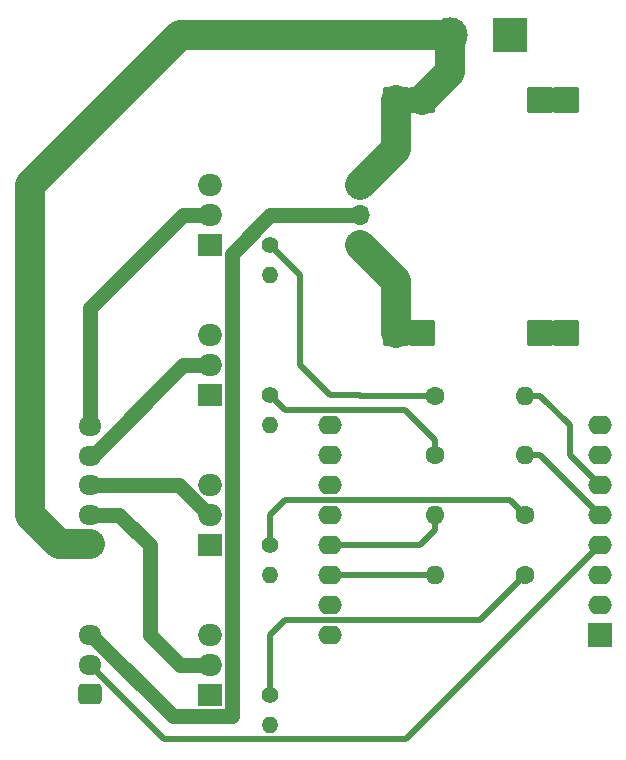
<source format=gtl>
G04 #@! TF.GenerationSoftware,KiCad,Pcbnew,8.0.4*
G04 #@! TF.CreationDate,2024-09-06T18:50:31+02:00*
G04 #@! TF.ProjectId,rgb_controller,7267625f-636f-46e7-9472-6f6c6c65722e,rev?*
G04 #@! TF.SameCoordinates,Original*
G04 #@! TF.FileFunction,Copper,L1,Top*
G04 #@! TF.FilePolarity,Positive*
%FSLAX46Y46*%
G04 Gerber Fmt 4.6, Leading zero omitted, Abs format (unit mm)*
G04 Created by KiCad (PCBNEW 8.0.4) date 2024-09-06 18:50:31*
%MOMM*%
%LPD*%
G01*
G04 APERTURE LIST*
G04 Aperture macros list*
%AMRoundRect*
0 Rectangle with rounded corners*
0 $1 Rounding radius*
0 $2 $3 $4 $5 $6 $7 $8 $9 X,Y pos of 4 corners*
0 Add a 4 corners polygon primitive as box body*
4,1,4,$2,$3,$4,$5,$6,$7,$8,$9,$2,$3,0*
0 Add four circle primitives for the rounded corners*
1,1,$1+$1,$2,$3*
1,1,$1+$1,$4,$5*
1,1,$1+$1,$6,$7*
1,1,$1+$1,$8,$9*
0 Add four rect primitives between the rounded corners*
20,1,$1+$1,$2,$3,$4,$5,0*
20,1,$1+$1,$4,$5,$6,$7,0*
20,1,$1+$1,$6,$7,$8,$9,0*
20,1,$1+$1,$8,$9,$2,$3,0*%
G04 Aperture macros list end*
G04 #@! TA.AperFunction,ComponentPad*
%ADD10RoundRect,0.250000X0.725000X-0.600000X0.725000X0.600000X-0.725000X0.600000X-0.725000X-0.600000X0*%
G04 #@! TD*
G04 #@! TA.AperFunction,ComponentPad*
%ADD11O,1.950000X1.700000*%
G04 #@! TD*
G04 #@! TA.AperFunction,ComponentPad*
%ADD12R,2.000000X1.905000*%
G04 #@! TD*
G04 #@! TA.AperFunction,ComponentPad*
%ADD13O,2.000000X1.905000*%
G04 #@! TD*
G04 #@! TA.AperFunction,ComponentPad*
%ADD14C,1.400000*%
G04 #@! TD*
G04 #@! TA.AperFunction,ComponentPad*
%ADD15O,1.400000X1.400000*%
G04 #@! TD*
G04 #@! TA.AperFunction,ComponentPad*
%ADD16C,1.600000*%
G04 #@! TD*
G04 #@! TA.AperFunction,ComponentPad*
%ADD17O,1.600000X1.600000*%
G04 #@! TD*
G04 #@! TA.AperFunction,ComponentPad*
%ADD18R,2.000000X2.000000*%
G04 #@! TD*
G04 #@! TA.AperFunction,ComponentPad*
%ADD19O,2.000000X1.600000*%
G04 #@! TD*
G04 #@! TA.AperFunction,ComponentPad*
%ADD20R,3.000000X3.000000*%
G04 #@! TD*
G04 #@! TA.AperFunction,ComponentPad*
%ADD21C,3.000000*%
G04 #@! TD*
G04 #@! TA.AperFunction,ComponentPad*
%ADD22RoundRect,0.200000X0.900000X-0.900000X0.900000X0.900000X-0.900000X0.900000X-0.900000X-0.900000X0*%
G04 #@! TD*
G04 #@! TA.AperFunction,ComponentPad*
%ADD23R,1.700000X1.700000*%
G04 #@! TD*
G04 #@! TA.AperFunction,ComponentPad*
%ADD24O,1.700000X1.700000*%
G04 #@! TD*
G04 #@! TA.AperFunction,Conductor*
%ADD25C,1.270000*%
G04 #@! TD*
G04 #@! TA.AperFunction,Conductor*
%ADD26C,2.540000*%
G04 #@! TD*
G04 #@! TA.AperFunction,Conductor*
%ADD27C,0.508000*%
G04 #@! TD*
G04 APERTURE END LIST*
D10*
X83820000Y-93900000D03*
D11*
X83820000Y-91400000D03*
X83820000Y-88900000D03*
D12*
X93980000Y-68580000D03*
D13*
X93980000Y-66040000D03*
X93980000Y-63500000D03*
D10*
X83820000Y-81200000D03*
D11*
X83820000Y-78700000D03*
X83820000Y-76200000D03*
X83820000Y-73700000D03*
X83820000Y-71200000D03*
D14*
X99060000Y-68580000D03*
D15*
X99060000Y-71120000D03*
D12*
X93980000Y-55880000D03*
D13*
X93980000Y-53340000D03*
X93980000Y-50800000D03*
D14*
X99060000Y-55880000D03*
D15*
X99060000Y-58420000D03*
D16*
X113030000Y-73660000D03*
D17*
X120650000Y-73660000D03*
D18*
X127000000Y-88900000D03*
D19*
X127000000Y-86360000D03*
X127000000Y-83820000D03*
X127000000Y-81280000D03*
X127000000Y-78740000D03*
X127000000Y-76200000D03*
X127000000Y-73660000D03*
X127000000Y-71120000D03*
X104140000Y-71120000D03*
X104140000Y-73660000D03*
X104140000Y-76200000D03*
X104140000Y-78740000D03*
X104140000Y-81280000D03*
X104140000Y-83820000D03*
X104140000Y-86360000D03*
X104140000Y-88900000D03*
D14*
X99060000Y-93980000D03*
D15*
X99060000Y-96520000D03*
D14*
X99060000Y-81280000D03*
D15*
X99060000Y-83820000D03*
D20*
X119380000Y-38100000D03*
D21*
X114300000Y-38100000D03*
D12*
X93980000Y-93980000D03*
D13*
X93980000Y-91440000D03*
X93980000Y-88900000D03*
D22*
X121940000Y-43540000D03*
X124140000Y-43540000D03*
X109740000Y-43540000D03*
X111940000Y-43540000D03*
X121940000Y-63340000D03*
X124140000Y-63340000D03*
X109740000Y-63340000D03*
X111940000Y-63340000D03*
D23*
X106680000Y-50800000D03*
D24*
X106680000Y-53340000D03*
X106680000Y-55880000D03*
D16*
X120650000Y-83820000D03*
D17*
X113030000Y-83820000D03*
D16*
X120650000Y-78740000D03*
D17*
X113030000Y-78740000D03*
D12*
X93980000Y-81280000D03*
D13*
X93980000Y-78740000D03*
X93980000Y-76200000D03*
D16*
X113030000Y-68607215D03*
D17*
X120650000Y-68607215D03*
D25*
X93980000Y-66040000D02*
X91710000Y-66040000D01*
X84050000Y-73700000D02*
X83820000Y-73700000D01*
X91710000Y-66040000D02*
X84050000Y-73700000D01*
X83820000Y-61230000D02*
X83820000Y-71200000D01*
X91710000Y-53340000D02*
X83820000Y-61230000D01*
X93980000Y-53340000D02*
X91710000Y-53340000D01*
X93932500Y-78740000D02*
X91392500Y-76200000D01*
X93980000Y-78740000D02*
X93932500Y-78740000D01*
X91392500Y-76200000D02*
X83820000Y-76200000D01*
D26*
X78740000Y-50800000D02*
X78740000Y-78740000D01*
X114300000Y-38100000D02*
X91440000Y-38100000D01*
X78740000Y-78740000D02*
X81200000Y-81200000D01*
X109740000Y-43540000D02*
X109740000Y-47740000D01*
X91440000Y-38100000D02*
X78740000Y-50800000D01*
X81200000Y-81200000D02*
X83820000Y-81200000D01*
X114300000Y-38100000D02*
X114300000Y-41180000D01*
X114300000Y-41180000D02*
X111940000Y-43540000D01*
X109740000Y-47740000D02*
X106680000Y-50800000D01*
X109740000Y-58940000D02*
X106680000Y-55880000D01*
X109740000Y-63340000D02*
X109740000Y-58940000D01*
D25*
X86320000Y-78700000D02*
X83820000Y-78700000D01*
X91440000Y-91440000D02*
X88900000Y-88900000D01*
X88900000Y-88900000D02*
X88900000Y-81280000D01*
X93980000Y-91440000D02*
X91440000Y-91440000D01*
X88900000Y-81280000D02*
X86320000Y-78700000D01*
D27*
X90094000Y-97674000D02*
X83820000Y-91400000D01*
X110606000Y-97674000D02*
X90094000Y-97674000D01*
X127000000Y-81280000D02*
X110606000Y-97674000D01*
D25*
X95815000Y-56620407D02*
X95815000Y-95767500D01*
X106680000Y-53340000D02*
X99095407Y-53340000D01*
X83945000Y-88900000D02*
X83820000Y-88900000D01*
X90812500Y-95767500D02*
X83945000Y-88900000D01*
X95815000Y-95767500D02*
X90812500Y-95767500D01*
X99095407Y-53340000D02*
X95815000Y-56620407D01*
D27*
X99060000Y-88900000D02*
X99060000Y-93980000D01*
X116856000Y-87614000D02*
X100346000Y-87614000D01*
X120650000Y-83820000D02*
X116856000Y-87614000D01*
X100346000Y-87614000D02*
X99060000Y-88900000D01*
X119396000Y-77486000D02*
X100314000Y-77486000D01*
X120650000Y-78740000D02*
X119396000Y-77486000D01*
X99060000Y-78740000D02*
X99060000Y-81280000D01*
X100314000Y-77486000D02*
X99060000Y-78740000D01*
X100346000Y-69866000D02*
X110506000Y-69866000D01*
X99060000Y-68580000D02*
X100346000Y-69866000D01*
X110506000Y-69866000D02*
X113030000Y-72390000D01*
X113030000Y-72390000D02*
X113030000Y-73660000D01*
X101600000Y-66040000D02*
X104140000Y-68580000D01*
X99060000Y-55880000D02*
X101600000Y-58420000D01*
X101600000Y-58420000D02*
X101600000Y-66040000D01*
X106707215Y-68607215D02*
X113030000Y-68607215D01*
X106680000Y-68580000D02*
X106707215Y-68607215D01*
X104140000Y-68580000D02*
X106680000Y-68580000D01*
X104140000Y-83820000D02*
X113030000Y-83820000D01*
X113030000Y-78740000D02*
X113030000Y-80010000D01*
X111760000Y-81280000D02*
X104140000Y-81280000D01*
X113030000Y-80010000D02*
X111760000Y-81280000D01*
X121920000Y-73660000D02*
X127000000Y-78740000D01*
X120650000Y-73660000D02*
X121920000Y-73660000D01*
X124460000Y-73660000D02*
X127000000Y-76200000D01*
X124460000Y-71120000D02*
X124460000Y-73660000D01*
X120650000Y-68607215D02*
X121947215Y-68607215D01*
X121947215Y-68607215D02*
X124460000Y-71120000D01*
M02*

</source>
